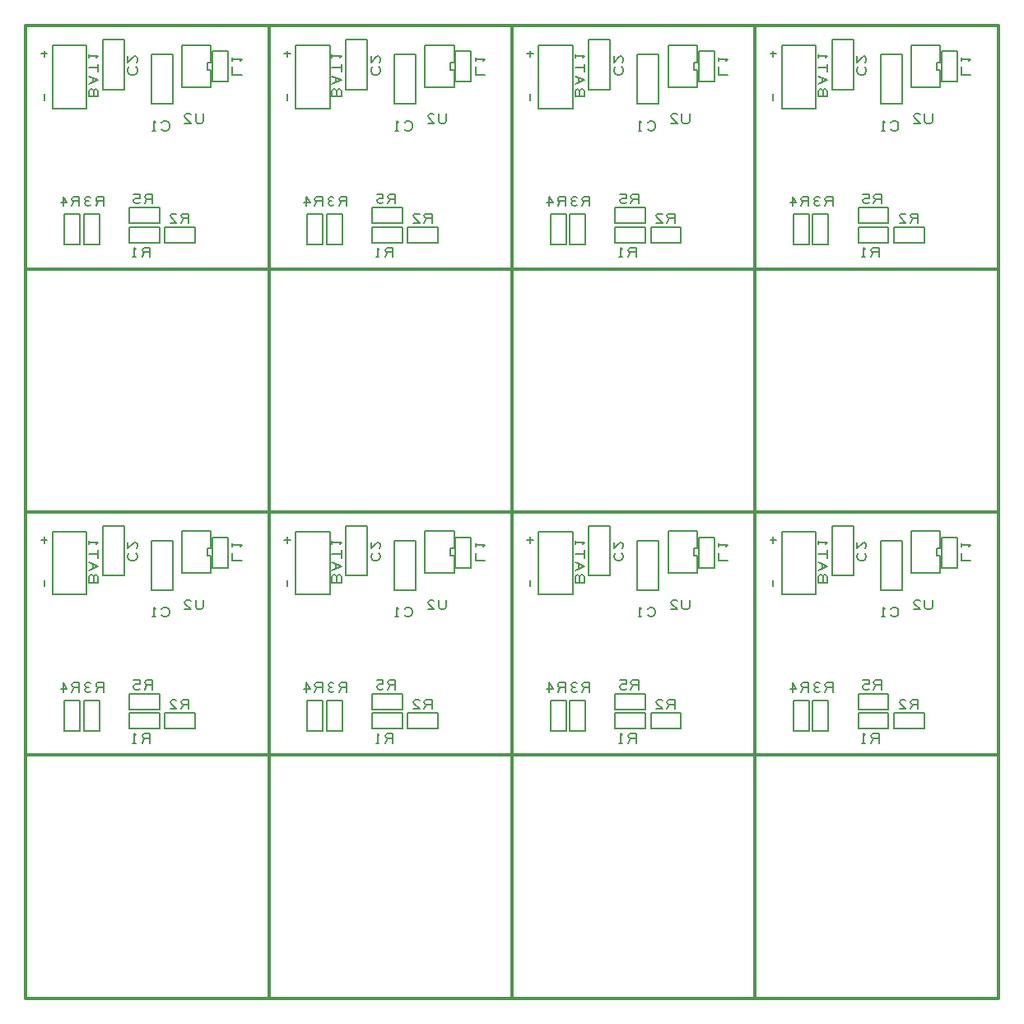
<source format=gbr>
G04 EasyPC Gerber Version 20.0.2 Build 4112 *
%FSLAX35Y35*%
%MOIN*%
%ADD74C,0.00500*%
%ADD10C,0.01200*%
X0Y0D02*
D02*
D10*
X6111Y7573D02*
X104536D01*
Y105998*
X6111*
Y7573*
X399812*
Y401274*
X6111*
Y7573*
Y105998D02*
X104536D01*
Y204423*
X6111*
Y105998*
Y204423D02*
X104536D01*
Y302848*
X6111*
Y204423*
Y302848D02*
X104536D01*
Y401274*
X6111*
Y302848*
X104536Y7573D02*
X202961D01*
Y105998*
X104536*
Y7573*
Y105998D02*
X202961D01*
Y204423*
X104536*
Y105998*
Y204423D02*
X202961D01*
Y302848*
X104536*
Y204423*
Y302848D02*
X202961D01*
Y401274*
X104536*
Y302848*
X202961Y7573D02*
X301387D01*
Y105998*
X202961*
Y7573*
Y105998D02*
X301387D01*
Y204423*
X202961*
Y105998*
Y204423D02*
X301387D01*
Y302848*
X202961*
Y204423*
Y302848D02*
X301387D01*
Y401274*
X202961*
Y302848*
X301387Y7573D02*
X399812D01*
Y105998*
X301387*
Y7573*
Y105998D02*
X399812D01*
Y204423*
X301387*
Y105998*
Y204423D02*
X399812D01*
Y302848*
X301387*
Y204423*
Y302848D02*
X399812D01*
Y401274*
X301387*
Y302848*
D02*
D74*
X13515Y174364D02*
Y176864D01*
Y191864D02*
Y194364D01*
X12265Y193114D02*
X14765D01*
X13515Y371215D02*
Y373715D01*
Y388715D02*
Y391215D01*
X12265Y389965D02*
X14765D01*
X16922Y170943D02*
Y196565D01*
X30733*
Y170943*
X16922*
Y367793D02*
Y393415D01*
X30733*
Y367793*
X16922*
X21646Y115923D02*
Y128159D01*
X27977*
Y115923*
X21646*
Y312774D02*
Y325010D01*
X27977*
Y312774*
X21646*
X27765Y131542D02*
Y135292D01*
X25577*
X24952Y134980*
X24639Y134354*
X24952Y133730*
X25577Y133417*
X27765*
X25577D02*
X24639Y131542D01*
X21202D02*
Y135292D01*
X22765Y132792*
X20265*
X27765Y328392D02*
Y332142D01*
X25577*
X24952Y331830*
X24639Y331205*
X24952Y330580*
X25577Y330267*
X27765*
X25577D02*
X24639Y328392D01*
X21202D02*
Y332142D01*
X22765Y329642*
X20265*
X29520Y115923D02*
Y128159D01*
X35851*
Y115923*
X29520*
Y312774D02*
Y325010D01*
X35851*
Y312774*
X29520*
X33530Y178067D02*
X33217Y178693D01*
X32593Y179005*
X31967Y178693*
X31655Y178067*
Y175880*
X35405*
Y178067*
X35093Y178693*
X34467Y179005*
X33843Y178693*
X33530Y178067*
Y175880*
X31655Y180880D02*
X35405Y182443D01*
X31655Y184005*
X33217Y181505D02*
Y183380D01*
X31655Y187443D02*
X35405D01*
Y185880D02*
Y189005D01*
X31655Y191505D02*
Y192755D01*
Y192130D02*
X35405D01*
X34780Y191505*
X33530Y374918D02*
X33217Y375543D01*
X32593Y375856*
X31967Y375543*
X31655Y374918*
Y372730*
X35405*
Y374918*
X35093Y375543*
X34467Y375856*
X33843Y375543*
X33530Y374918*
Y372730*
X31655Y377730D02*
X35405Y379293D01*
X31655Y380856*
X33217Y378356D02*
Y380230D01*
X31655Y384293D02*
X35405D01*
Y382730D02*
Y385856D01*
X31655Y388356D02*
Y389606D01*
Y388980D02*
X35405D01*
X34780Y388356*
X37607Y131542D02*
Y135292D01*
X35420*
X34794Y134980*
X34482Y134354*
X34794Y133730*
X35420Y133417*
X37607*
X35420D02*
X34482Y131542D01*
X32294Y131854D02*
X31670Y131542D01*
X31044*
X30420Y131854*
X30107Y132480*
X30420Y133104*
X31044Y133417*
X31670*
X31044D02*
X30420Y133730D01*
X30107Y134354*
X30420Y134980*
X31044Y135292*
X31670*
X32294Y134980*
X37607Y328392D02*
Y332142D01*
X35420*
X34794Y331830*
X34482Y331205*
X34794Y330580*
X35420Y330267*
X37607*
X35420D02*
X34482Y328392D01*
X32294Y328705D02*
X31670Y328392D01*
X31044*
X30420Y328705*
X30107Y329330*
X30420Y329955*
X31044Y330267*
X31670*
X31044D02*
X30420Y330580D01*
X30107Y331205*
X30420Y331830*
X31044Y332142*
X31670*
X32294Y331830*
X45891Y198829D02*
Y178719D01*
X37198*
Y198829*
X45891*
Y395679D02*
Y375569D01*
X37198*
Y395679*
X45891*
X48028Y187863D02*
X47715Y187551D01*
X47403Y186926*
Y185988*
X47715Y185363*
X48028Y185051*
X48653Y184738*
X49903*
X50528Y185051*
X50841Y185363*
X51153Y185988*
Y186926*
X50841Y187551*
X50528Y187863*
X47403Y192238D02*
Y189738D01*
X49591Y191926*
X50215Y192238*
X50841Y191926*
X51153Y191301*
Y190363*
X50841Y189738*
X48028Y384714D02*
X47715Y384401D01*
X47403Y383776*
Y382839*
X47715Y382214*
X48028Y381901*
X48653Y381589*
X49903*
X50528Y381901*
X50841Y382214*
X51153Y382839*
Y383776*
X50841Y384401*
X50528Y384714*
X47403Y389089D02*
Y386589D01*
X49591Y388776*
X50215Y389089*
X50841Y388776*
X51153Y388151*
Y387214*
X50841Y386589*
X56308Y110872D02*
Y114622D01*
X54120*
X53495Y114310*
X53183Y113685*
X53495Y113060*
X54120Y112748*
X56308*
X54120D02*
X53183Y110872D01*
X50683D02*
X49433D01*
X50058D02*
Y114622D01*
X50683Y113998*
X56308Y307723D02*
Y311473D01*
X54120*
X53495Y311161*
X53183Y310535*
X53495Y309911*
X54120Y309598*
X56308*
X54120D02*
X53183Y307723D01*
X50683D02*
X49433D01*
X50058D02*
Y311473D01*
X50683Y310848*
X57292Y132526D02*
Y136276D01*
X55105*
X54480Y135964*
X54167Y135339*
X54480Y134714*
X55105Y134401*
X57292*
X55105D02*
X54167Y132526D01*
X52292Y132839D02*
X51667Y132526D01*
X50730*
X50105Y132839*
X49792Y133464*
Y133776*
X50105Y134401*
X50730Y134714*
X52292*
Y136276*
X49792*
X57292Y329376D02*
Y333126D01*
X55105*
X54480Y332814*
X54167Y332189*
X54480Y331564*
X55105Y331252*
X57292*
X55105D02*
X54167Y329376D01*
X52292Y329689D02*
X51667Y329376D01*
X50730*
X50105Y329689*
X49792Y330314*
Y330626*
X50105Y331252*
X50730Y331564*
X52292*
Y333126*
X49792*
X60162Y116612D02*
X47926D01*
Y122943*
X60162*
Y116612*
Y124486D02*
X47926D01*
Y130817*
X60162*
Y124486*
Y313463D02*
X47926D01*
Y319793*
X60162*
Y313463*
Y321337D02*
X47926D01*
Y327667*
X60162*
Y321337*
X62296Y122943D02*
X74532D01*
Y116612*
X62296*
Y122943*
Y319793D02*
X74532D01*
Y313463*
X62296*
Y319793*
X61057Y162679D02*
X61369Y162366D01*
X61994Y162054*
X62932*
X63557Y162366*
X63869Y162679*
X64182Y163304*
Y164554*
X63869Y165179*
X63557Y165491*
X62932Y165804*
X61994*
X61369Y165491*
X61057Y165179*
X58557Y162054D02*
X57307D01*
X57932D02*
Y165804D01*
X58557Y165179*
X61057Y359529D02*
X61369Y359217D01*
X61994Y358904*
X62932*
X63557Y359217*
X63869Y359529*
X64182Y360154*
Y361404*
X63869Y362029*
X63557Y362342*
X62932Y362654*
X61994*
X61369Y362342*
X61057Y362029*
X58557Y358904D02*
X57307D01*
X57932D02*
Y362654D01*
X58557Y362029*
X65576Y192923D02*
Y172813D01*
X56883*
Y192923*
X65576*
Y389774D02*
Y369663D01*
X56883*
Y389774*
X65576*
X72056Y124652D02*
Y128402D01*
X69869*
X69243Y128090*
X68931Y127465*
X69243Y126840*
X69869Y126527*
X72056*
X69869D02*
X68931Y124652D01*
X64556D02*
X67056D01*
X64869Y126840*
X64556Y127465*
X64869Y128090*
X65493Y128402*
X66431*
X67056Y128090*
X72056Y321502D02*
Y325252D01*
X69869*
X69243Y324940*
X68931Y324315*
X69243Y323690*
X69869Y323378*
X72056*
X69869D02*
X68931Y321502D01*
X64556D02*
X67056D01*
X64869Y323690*
X64556Y324315*
X64869Y324940*
X65493Y325252*
X66431*
X67056Y324940*
X77961Y168756D02*
Y165944D01*
X77649Y165319*
X77024Y165006*
X75774*
X75149Y165319*
X74836Y165944*
Y168756*
X70461Y165006D02*
X72961D01*
X70774Y167194*
X70461Y167819*
X70774Y168444*
X71399Y168756*
X72336*
X72961Y168444*
X77961Y365607D02*
Y362794D01*
X77649Y362169*
X77024Y361857*
X75774*
X75149Y362169*
X74836Y362794*
Y365607*
X70461Y361857D02*
X72961D01*
X70774Y364044*
X70461Y364669*
X70774Y365294*
X71399Y365607*
X72336*
X72961Y365294*
X81111Y196598D02*
X69300D01*
Y179669*
X81111*
Y186657*
X79635*
Y189610*
X81111*
Y196598*
Y393449D02*
X69300D01*
Y376520*
X81111*
Y383508*
X79635*
Y386461*
X81111*
Y393449*
X81686Y181868D02*
Y194104D01*
X88017*
Y181868*
X81686*
Y378719D02*
Y390955D01*
X88017*
Y378719*
X81686*
X93476Y184738D02*
X89726D01*
Y187863*
Y190363D02*
Y191613D01*
Y190988D02*
X93476D01*
X92851Y190363*
X93476Y381589D02*
X89726D01*
Y384714*
Y387214D02*
Y388464D01*
Y387839D02*
X93476D01*
X92851Y387214*
X111940Y174364D02*
Y176864D01*
Y191864D02*
Y194364D01*
X110690Y193114D02*
X113190D01*
X111940Y371215D02*
Y373715D01*
Y388715D02*
Y391215D01*
X110690Y389965D02*
X113190D01*
X115347Y170943D02*
Y196565D01*
X129158*
Y170943*
X115347*
Y367793D02*
Y393415D01*
X129158*
Y367793*
X115347*
X120072Y115923D02*
Y128159D01*
X126402*
Y115923*
X120072*
Y312774D02*
Y325010D01*
X126402*
Y312774*
X120072*
X126190Y131542D02*
Y135292D01*
X124002*
X123377Y134980*
X123065Y134354*
X123377Y133730*
X124002Y133417*
X126190*
X124002D02*
X123065Y131542D01*
X119627D02*
Y135292D01*
X121190Y132792*
X118690*
X126190Y328392D02*
Y332142D01*
X124002*
X123377Y331830*
X123065Y331205*
X123377Y330580*
X124002Y330267*
X126190*
X124002D02*
X123065Y328392D01*
X119627D02*
Y332142D01*
X121190Y329642*
X118690*
X127946Y115923D02*
Y128159D01*
X134276*
Y115923*
X127946*
Y312774D02*
Y325010D01*
X134276*
Y312774*
X127946*
X131955Y178067D02*
X131643Y178693D01*
X131018Y179005*
X130393Y178693*
X130080Y178067*
Y175880*
X133830*
Y178067*
X133518Y178693*
X132893Y179005*
X132268Y178693*
X131955Y178067*
Y175880*
X130080Y180880D02*
X133830Y182443D01*
X130080Y184005*
X131643Y181505D02*
Y183380D01*
X130080Y187443D02*
X133830D01*
Y185880D02*
Y189005D01*
X130080Y191505D02*
Y192755D01*
Y192130D02*
X133830D01*
X133205Y191505*
X131955Y374918D02*
X131643Y375543D01*
X131018Y375856*
X130393Y375543*
X130080Y374918*
Y372730*
X133830*
Y374918*
X133518Y375543*
X132893Y375856*
X132268Y375543*
X131955Y374918*
Y372730*
X130080Y377730D02*
X133830Y379293D01*
X130080Y380856*
X131643Y378356D02*
Y380230D01*
X130080Y384293D02*
X133830D01*
Y382730D02*
Y385856D01*
X130080Y388356D02*
Y389606D01*
Y388980D02*
X133830D01*
X133205Y388356*
X136032Y131542D02*
Y135292D01*
X133845*
X133220Y134980*
X132907Y134354*
X133220Y133730*
X133845Y133417*
X136032*
X133845D02*
X132907Y131542D01*
X130720Y131854D02*
X130095Y131542D01*
X129470*
X128845Y131854*
X128532Y132480*
X128845Y133104*
X129470Y133417*
X130095*
X129470D02*
X128845Y133730D01*
X128532Y134354*
X128845Y134980*
X129470Y135292*
X130095*
X130720Y134980*
X136032Y328392D02*
Y332142D01*
X133845*
X133220Y331830*
X132907Y331205*
X133220Y330580*
X133845Y330267*
X136032*
X133845D02*
X132907Y328392D01*
X130720Y328705D02*
X130095Y328392D01*
X129470*
X128845Y328705*
X128532Y329330*
X128845Y329955*
X129470Y330267*
X130095*
X129470D02*
X128845Y330580D01*
X128532Y331205*
X128845Y331830*
X129470Y332142*
X130095*
X130720Y331830*
X144316Y198829D02*
Y178719D01*
X135623*
Y198829*
X144316*
Y395679D02*
Y375569D01*
X135623*
Y395679*
X144316*
X146453Y187863D02*
X146141Y187551D01*
X145828Y186926*
Y185988*
X146141Y185363*
X146453Y185051*
X147078Y184738*
X148328*
X148953Y185051*
X149266Y185363*
X149578Y185988*
Y186926*
X149266Y187551*
X148953Y187863*
X145828Y192238D02*
Y189738D01*
X148016Y191926*
X148641Y192238*
X149266Y191926*
X149578Y191301*
Y190363*
X149266Y189738*
X146453Y384714D02*
X146141Y384401D01*
X145828Y383776*
Y382839*
X146141Y382214*
X146453Y381901*
X147078Y381589*
X148328*
X148953Y381901*
X149266Y382214*
X149578Y382839*
Y383776*
X149266Y384401*
X148953Y384714*
X145828Y389089D02*
Y386589D01*
X148016Y388776*
X148641Y389089*
X149266Y388776*
X149578Y388151*
Y387214*
X149266Y386589*
X154733Y110872D02*
Y114622D01*
X152546*
X151920Y114310*
X151608Y113685*
X151920Y113060*
X152546Y112748*
X154733*
X152546D02*
X151608Y110872D01*
X149108D02*
X147858D01*
X148483D02*
Y114622D01*
X149108Y113998*
X154733Y307723D02*
Y311473D01*
X152546*
X151920Y311161*
X151608Y310535*
X151920Y309911*
X152546Y309598*
X154733*
X152546D02*
X151608Y307723D01*
X149108D02*
X147858D01*
X148483D02*
Y311473D01*
X149108Y310848*
X155717Y132526D02*
Y136276D01*
X153530*
X152905Y135964*
X152592Y135339*
X152905Y134714*
X153530Y134401*
X155717*
X153530D02*
X152592Y132526D01*
X150717Y132839D02*
X150092Y132526D01*
X149155*
X148530Y132839*
X148217Y133464*
Y133776*
X148530Y134401*
X149155Y134714*
X150717*
Y136276*
X148217*
X155717Y329376D02*
Y333126D01*
X153530*
X152905Y332814*
X152592Y332189*
X152905Y331564*
X153530Y331252*
X155717*
X153530D02*
X152592Y329376D01*
X150717Y329689D02*
X150092Y329376D01*
X149155*
X148530Y329689*
X148217Y330314*
Y330626*
X148530Y331252*
X149155Y331564*
X150717*
Y333126*
X148217*
X158587Y116612D02*
X146351D01*
Y122943*
X158587*
Y116612*
Y124486D02*
X146351D01*
Y130817*
X158587*
Y124486*
Y313463D02*
X146351D01*
Y319793*
X158587*
Y313463*
Y321337D02*
X146351D01*
Y327667*
X158587*
Y321337*
X160721Y122943D02*
X172957D01*
Y116612*
X160721*
Y122943*
Y319793D02*
X172957D01*
Y313463*
X160721*
Y319793*
X159482Y162679D02*
X159794Y162366D01*
X160420Y162054*
X161357*
X161982Y162366*
X162294Y162679*
X162607Y163304*
Y164554*
X162294Y165179*
X161982Y165491*
X161357Y165804*
X160420*
X159794Y165491*
X159482Y165179*
X156982Y162054D02*
X155732D01*
X156357D02*
Y165804D01*
X156982Y165179*
X159482Y359529D02*
X159794Y359217D01*
X160420Y358904*
X161357*
X161982Y359217*
X162294Y359529*
X162607Y360154*
Y361404*
X162294Y362029*
X161982Y362342*
X161357Y362654*
X160420*
X159794Y362342*
X159482Y362029*
X156982Y358904D02*
X155732D01*
X156357D02*
Y362654D01*
X156982Y362029*
X164001Y192923D02*
Y172813D01*
X155308*
Y192923*
X164001*
Y389774D02*
Y369663D01*
X155308*
Y389774*
X164001*
X170481Y124652D02*
Y128402D01*
X168294*
X167669Y128090*
X167356Y127465*
X167669Y126840*
X168294Y126527*
X170481*
X168294D02*
X167356Y124652D01*
X162981D02*
X165481D01*
X163294Y126840*
X162981Y127465*
X163294Y128090*
X163919Y128402*
X164856*
X165481Y128090*
X170481Y321502D02*
Y325252D01*
X168294*
X167669Y324940*
X167356Y324315*
X167669Y323690*
X168294Y323378*
X170481*
X168294D02*
X167356Y321502D01*
X162981D02*
X165481D01*
X163294Y323690*
X162981Y324315*
X163294Y324940*
X163919Y325252*
X164856*
X165481Y324940*
X176387Y168756D02*
Y165944D01*
X176074Y165319*
X175449Y165006*
X174199*
X173574Y165319*
X173261Y165944*
Y168756*
X168887Y165006D02*
X171387D01*
X169199Y167194*
X168887Y167819*
X169199Y168444*
X169824Y168756*
X170761*
X171387Y168444*
X176387Y365607D02*
Y362794D01*
X176074Y362169*
X175449Y361857*
X174199*
X173574Y362169*
X173261Y362794*
Y365607*
X168887Y361857D02*
X171387D01*
X169199Y364044*
X168887Y364669*
X169199Y365294*
X169824Y365607*
X170761*
X171387Y365294*
X179536Y196598D02*
X167725D01*
Y179669*
X179536*
Y186657*
X178060*
Y189610*
X179536*
Y196598*
Y393449D02*
X167725D01*
Y376520*
X179536*
Y383508*
X178060*
Y386461*
X179536*
Y393449*
X180111Y181868D02*
Y194104D01*
X186442*
Y181868*
X180111*
Y378719D02*
Y390955D01*
X186442*
Y378719*
X180111*
X191901Y184738D02*
X188151D01*
Y187863*
Y190363D02*
Y191613D01*
Y190988D02*
X191901D01*
X191276Y190363*
X191901Y381589D02*
X188151D01*
Y384714*
Y387214D02*
Y388464D01*
Y387839D02*
X191901D01*
X191276Y387214*
X210365Y174364D02*
Y176864D01*
Y191864D02*
Y194364D01*
X209115Y193114D02*
X211615D01*
X210365Y371215D02*
Y373715D01*
Y388715D02*
Y391215D01*
X209115Y389965D02*
X211615D01*
X213772Y170943D02*
Y196565D01*
X227583*
Y170943*
X213772*
Y367793D02*
Y393415D01*
X227583*
Y367793*
X213772*
X218497Y115923D02*
Y128159D01*
X224828*
Y115923*
X218497*
Y312774D02*
Y325010D01*
X224828*
Y312774*
X218497*
X224615Y131542D02*
Y135292D01*
X222428*
X221802Y134980*
X221490Y134354*
X221802Y133730*
X222428Y133417*
X224615*
X222428D02*
X221490Y131542D01*
X218052D02*
Y135292D01*
X219615Y132792*
X217115*
X224615Y328392D02*
Y332142D01*
X222428*
X221802Y331830*
X221490Y331205*
X221802Y330580*
X222428Y330267*
X224615*
X222428D02*
X221490Y328392D01*
X218052D02*
Y332142D01*
X219615Y329642*
X217115*
X226371Y115923D02*
Y128159D01*
X232702*
Y115923*
X226371*
Y312774D02*
Y325010D01*
X232702*
Y312774*
X226371*
X230380Y178067D02*
X230068Y178693D01*
X229443Y179005*
X228818Y178693*
X228505Y178067*
Y175880*
X232255*
Y178067*
X231943Y178693*
X231318Y179005*
X230693Y178693*
X230380Y178067*
Y175880*
X228505Y180880D02*
X232255Y182443D01*
X228505Y184005*
X230068Y181505D02*
Y183380D01*
X228505Y187443D02*
X232255D01*
Y185880D02*
Y189005D01*
X228505Y191505D02*
Y192755D01*
Y192130D02*
X232255D01*
X231630Y191505*
X230380Y374918D02*
X230068Y375543D01*
X229443Y375856*
X228818Y375543*
X228505Y374918*
Y372730*
X232255*
Y374918*
X231943Y375543*
X231318Y375856*
X230693Y375543*
X230380Y374918*
Y372730*
X228505Y377730D02*
X232255Y379293D01*
X228505Y380856*
X230068Y378356D02*
Y380230D01*
X228505Y384293D02*
X232255D01*
Y382730D02*
Y385856D01*
X228505Y388356D02*
Y389606D01*
Y388980D02*
X232255D01*
X231630Y388356*
X234457Y131542D02*
Y135292D01*
X232270*
X231645Y134980*
X231332Y134354*
X231645Y133730*
X232270Y133417*
X234457*
X232270D02*
X231332Y131542D01*
X229145Y131854D02*
X228520Y131542D01*
X227895*
X227270Y131854*
X226957Y132480*
X227270Y133104*
X227895Y133417*
X228520*
X227895D02*
X227270Y133730D01*
X226957Y134354*
X227270Y134980*
X227895Y135292*
X228520*
X229145Y134980*
X234457Y328392D02*
Y332142D01*
X232270*
X231645Y331830*
X231332Y331205*
X231645Y330580*
X232270Y330267*
X234457*
X232270D02*
X231332Y328392D01*
X229145Y328705D02*
X228520Y328392D01*
X227895*
X227270Y328705*
X226957Y329330*
X227270Y329955*
X227895Y330267*
X228520*
X227895D02*
X227270Y330580D01*
X226957Y331205*
X227270Y331830*
X227895Y332142*
X228520*
X229145Y331830*
X242741Y198829D02*
Y178719D01*
X234048*
Y198829*
X242741*
Y395679D02*
Y375569D01*
X234048*
Y395679*
X242741*
X244878Y187863D02*
X244566Y187551D01*
X244253Y186926*
Y185988*
X244566Y185363*
X244878Y185051*
X245503Y184738*
X246753*
X247378Y185051*
X247691Y185363*
X248003Y185988*
Y186926*
X247691Y187551*
X247378Y187863*
X244253Y192238D02*
Y189738D01*
X246441Y191926*
X247066Y192238*
X247691Y191926*
X248003Y191301*
Y190363*
X247691Y189738*
X244878Y384714D02*
X244566Y384401D01*
X244253Y383776*
Y382839*
X244566Y382214*
X244878Y381901*
X245503Y381589*
X246753*
X247378Y381901*
X247691Y382214*
X248003Y382839*
Y383776*
X247691Y384401*
X247378Y384714*
X244253Y389089D02*
Y386589D01*
X246441Y388776*
X247066Y389089*
X247691Y388776*
X248003Y388151*
Y387214*
X247691Y386589*
X253158Y110872D02*
Y114622D01*
X250971*
X250346Y114310*
X250033Y113685*
X250346Y113060*
X250971Y112748*
X253158*
X250971D02*
X250033Y110872D01*
X247533D02*
X246283D01*
X246908D02*
Y114622D01*
X247533Y113998*
X253158Y307723D02*
Y311473D01*
X250971*
X250346Y311161*
X250033Y310535*
X250346Y309911*
X250971Y309598*
X253158*
X250971D02*
X250033Y307723D01*
X247533D02*
X246283D01*
X246908D02*
Y311473D01*
X247533Y310848*
X254143Y132526D02*
Y136276D01*
X251955*
X251330Y135964*
X251017Y135339*
X251330Y134714*
X251955Y134401*
X254143*
X251955D02*
X251017Y132526D01*
X249143Y132839D02*
X248517Y132526D01*
X247580*
X246955Y132839*
X246643Y133464*
Y133776*
X246955Y134401*
X247580Y134714*
X249143*
Y136276*
X246643*
X254143Y329376D02*
Y333126D01*
X251955*
X251330Y332814*
X251017Y332189*
X251330Y331564*
X251955Y331252*
X254143*
X251955D02*
X251017Y329376D01*
X249143Y329689D02*
X248517Y329376D01*
X247580*
X246955Y329689*
X246643Y330314*
Y330626*
X246955Y331252*
X247580Y331564*
X249143*
Y333126*
X246643*
X257013Y116612D02*
X244776D01*
Y122943*
X257013*
Y116612*
Y124486D02*
X244776D01*
Y130817*
X257013*
Y124486*
Y313463D02*
X244776D01*
Y319793*
X257013*
Y313463*
Y321337D02*
X244776D01*
Y327667*
X257013*
Y321337*
X259146Y122943D02*
X271383D01*
Y116612*
X259146*
Y122943*
Y319793D02*
X271383D01*
Y313463*
X259146*
Y319793*
X257907Y162679D02*
X258220Y162366D01*
X258845Y162054*
X259782*
X260407Y162366*
X260720Y162679*
X261032Y163304*
Y164554*
X260720Y165179*
X260407Y165491*
X259782Y165804*
X258845*
X258220Y165491*
X257907Y165179*
X255407Y162054D02*
X254157D01*
X254782D02*
Y165804D01*
X255407Y165179*
X257907Y359529D02*
X258220Y359217D01*
X258845Y358904*
X259782*
X260407Y359217*
X260720Y359529*
X261032Y360154*
Y361404*
X260720Y362029*
X260407Y362342*
X259782Y362654*
X258845*
X258220Y362342*
X257907Y362029*
X255407Y358904D02*
X254157D01*
X254782D02*
Y362654D01*
X255407Y362029*
X262426Y192923D02*
Y172813D01*
X253733*
Y192923*
X262426*
Y389774D02*
Y369663D01*
X253733*
Y389774*
X262426*
X268906Y124652D02*
Y128402D01*
X266719*
X266094Y128090*
X265781Y127465*
X266094Y126840*
X266719Y126527*
X268906*
X266719D02*
X265781Y124652D01*
X261406D02*
X263906D01*
X261719Y126840*
X261406Y127465*
X261719Y128090*
X262344Y128402*
X263281*
X263906Y128090*
X268906Y321502D02*
Y325252D01*
X266719*
X266094Y324940*
X265781Y324315*
X266094Y323690*
X266719Y323378*
X268906*
X266719D02*
X265781Y321502D01*
X261406D02*
X263906D01*
X261719Y323690*
X261406Y324315*
X261719Y324940*
X262344Y325252*
X263281*
X263906Y324940*
X274812Y168756D02*
Y165944D01*
X274499Y165319*
X273874Y165006*
X272624*
X271999Y165319*
X271687Y165944*
Y168756*
X267312Y165006D02*
X269812D01*
X267624Y167194*
X267312Y167819*
X267624Y168444*
X268249Y168756*
X269187*
X269812Y168444*
X274812Y365607D02*
Y362794D01*
X274499Y362169*
X273874Y361857*
X272624*
X271999Y362169*
X271687Y362794*
Y365607*
X267312Y361857D02*
X269812D01*
X267624Y364044*
X267312Y364669*
X267624Y365294*
X268249Y365607*
X269187*
X269812Y365294*
X277961Y196598D02*
X266150D01*
Y179669*
X277961*
Y186657*
X276485*
Y189610*
X277961*
Y196598*
Y393449D02*
X266150D01*
Y376520*
X277961*
Y383508*
X276485*
Y386461*
X277961*
Y393449*
X278536Y181868D02*
Y194104D01*
X284867*
Y181868*
X278536*
Y378719D02*
Y390955D01*
X284867*
Y378719*
X278536*
X290326Y184738D02*
X286576D01*
Y187863*
Y190363D02*
Y191613D01*
Y190988D02*
X290326D01*
X289701Y190363*
X290326Y381589D02*
X286576D01*
Y384714*
Y387214D02*
Y388464D01*
Y387839D02*
X290326D01*
X289701Y387214*
X308791Y174364D02*
Y176864D01*
Y191864D02*
Y194364D01*
X307541Y193114D02*
X310041D01*
X308791Y371215D02*
Y373715D01*
Y388715D02*
Y391215D01*
X307541Y389965D02*
X310041D01*
X312198Y170943D02*
Y196565D01*
X326009*
Y170943*
X312198*
Y367793D02*
Y393415D01*
X326009*
Y367793*
X312198*
X316922Y115923D02*
Y128159D01*
X323253*
Y115923*
X316922*
Y312774D02*
Y325010D01*
X323253*
Y312774*
X316922*
X323040Y131542D02*
Y135292D01*
X320853*
X320228Y134980*
X319915Y134354*
X320228Y133730*
X320853Y133417*
X323040*
X320853D02*
X319915Y131542D01*
X316478D02*
Y135292D01*
X318040Y132792*
X315540*
X323040Y328392D02*
Y332142D01*
X320853*
X320228Y331830*
X319915Y331205*
X320228Y330580*
X320853Y330267*
X323040*
X320853D02*
X319915Y328392D01*
X316478D02*
Y332142D01*
X318040Y329642*
X315540*
X324796Y115923D02*
Y128159D01*
X331127*
Y115923*
X324796*
Y312774D02*
Y325010D01*
X331127*
Y312774*
X324796*
X328806Y178067D02*
X328493Y178693D01*
X327868Y179005*
X327243Y178693*
X326930Y178067*
Y175880*
X330680*
Y178067*
X330368Y178693*
X329743Y179005*
X329118Y178693*
X328806Y178067*
Y175880*
X326930Y180880D02*
X330680Y182443D01*
X326930Y184005*
X328493Y181505D02*
Y183380D01*
X326930Y187443D02*
X330680D01*
Y185880D02*
Y189005D01*
X326930Y191505D02*
Y192755D01*
Y192130D02*
X330680D01*
X330056Y191505*
X328806Y374918D02*
X328493Y375543D01*
X327868Y375856*
X327243Y375543*
X326930Y374918*
Y372730*
X330680*
Y374918*
X330368Y375543*
X329743Y375856*
X329118Y375543*
X328806Y374918*
Y372730*
X326930Y377730D02*
X330680Y379293D01*
X326930Y380856*
X328493Y378356D02*
Y380230D01*
X326930Y384293D02*
X330680D01*
Y382730D02*
Y385856D01*
X326930Y388356D02*
Y389606D01*
Y388980D02*
X330680D01*
X330056Y388356*
X332883Y131542D02*
Y135292D01*
X330695*
X330070Y134980*
X329757Y134354*
X330070Y133730*
X330695Y133417*
X332883*
X330695D02*
X329757Y131542D01*
X327570Y131854D02*
X326945Y131542D01*
X326320*
X325695Y131854*
X325383Y132480*
X325695Y133104*
X326320Y133417*
X326945*
X326320D02*
X325695Y133730D01*
X325383Y134354*
X325695Y134980*
X326320Y135292*
X326945*
X327570Y134980*
X332883Y328392D02*
Y332142D01*
X330695*
X330070Y331830*
X329757Y331205*
X330070Y330580*
X330695Y330267*
X332883*
X330695D02*
X329757Y328392D01*
X327570Y328705D02*
X326945Y328392D01*
X326320*
X325695Y328705*
X325383Y329330*
X325695Y329955*
X326320Y330267*
X326945*
X326320D02*
X325695Y330580D01*
X325383Y331205*
X325695Y331830*
X326320Y332142*
X326945*
X327570Y331830*
X341166Y198829D02*
Y178719D01*
X332473*
Y198829*
X341166*
Y395679D02*
Y375569D01*
X332473*
Y395679*
X341166*
X343304Y187863D02*
X342991Y187551D01*
X342678Y186926*
Y185988*
X342991Y185363*
X343304Y185051*
X343928Y184738*
X345178*
X345804Y185051*
X346116Y185363*
X346428Y185988*
Y186926*
X346116Y187551*
X345804Y187863*
X342678Y192238D02*
Y189738D01*
X344866Y191926*
X345491Y192238*
X346116Y191926*
X346428Y191301*
Y190363*
X346116Y189738*
X343304Y384714D02*
X342991Y384401D01*
X342678Y383776*
Y382839*
X342991Y382214*
X343304Y381901*
X343928Y381589*
X345178*
X345804Y381901*
X346116Y382214*
X346428Y382839*
Y383776*
X346116Y384401*
X345804Y384714*
X342678Y389089D02*
Y386589D01*
X344866Y388776*
X345491Y389089*
X346116Y388776*
X346428Y388151*
Y387214*
X346116Y386589*
X351583Y110872D02*
Y114622D01*
X349396*
X348771Y114310*
X348458Y113685*
X348771Y113060*
X349396Y112748*
X351583*
X349396D02*
X348458Y110872D01*
X345958D02*
X344708D01*
X345333D02*
Y114622D01*
X345958Y113998*
X351583Y307723D02*
Y311473D01*
X349396*
X348771Y311161*
X348458Y310535*
X348771Y309911*
X349396Y309598*
X351583*
X349396D02*
X348458Y307723D01*
X345958D02*
X344708D01*
X345333D02*
Y311473D01*
X345958Y310848*
X352568Y132526D02*
Y136276D01*
X350380*
X349755Y135964*
X349443Y135339*
X349755Y134714*
X350380Y134401*
X352568*
X350380D02*
X349443Y132526D01*
X347568Y132839D02*
X346943Y132526D01*
X346005*
X345380Y132839*
X345068Y133464*
Y133776*
X345380Y134401*
X346005Y134714*
X347568*
Y136276*
X345068*
X352568Y329376D02*
Y333126D01*
X350380*
X349755Y332814*
X349443Y332189*
X349755Y331564*
X350380Y331252*
X352568*
X350380D02*
X349443Y329376D01*
X347568Y329689D02*
X346943Y329376D01*
X346005*
X345380Y329689*
X345068Y330314*
Y330626*
X345380Y331252*
X346005Y331564*
X347568*
Y333126*
X345068*
X355438Y116612D02*
X343202D01*
Y122943*
X355438*
Y116612*
Y124486D02*
X343202D01*
Y130817*
X355438*
Y124486*
Y313463D02*
X343202D01*
Y319793*
X355438*
Y313463*
Y321337D02*
X343202D01*
Y327667*
X355438*
Y321337*
X357572Y122943D02*
X369808D01*
Y116612*
X357572*
Y122943*
Y319793D02*
X369808D01*
Y313463*
X357572*
Y319793*
X356332Y162679D02*
X356645Y162366D01*
X357270Y162054*
X358207*
X358832Y162366*
X359145Y162679*
X359457Y163304*
Y164554*
X359145Y165179*
X358832Y165491*
X358207Y165804*
X357270*
X356645Y165491*
X356332Y165179*
X353832Y162054D02*
X352582D01*
X353207D02*
Y165804D01*
X353832Y165179*
X356332Y359529D02*
X356645Y359217D01*
X357270Y358904*
X358207*
X358832Y359217*
X359145Y359529*
X359457Y360154*
Y361404*
X359145Y362029*
X358832Y362342*
X358207Y362654*
X357270*
X356645Y362342*
X356332Y362029*
X353832Y358904D02*
X352582D01*
X353207D02*
Y362654D01*
X353832Y362029*
X360851Y192923D02*
Y172813D01*
X352158*
Y192923*
X360851*
Y389774D02*
Y369663D01*
X352158*
Y389774*
X360851*
X367331Y124652D02*
Y128402D01*
X365144*
X364519Y128090*
X364206Y127465*
X364519Y126840*
X365144Y126527*
X367331*
X365144D02*
X364206Y124652D01*
X359831D02*
X362331D01*
X360144Y126840*
X359831Y127465*
X360144Y128090*
X360769Y128402*
X361706*
X362331Y128090*
X367331Y321502D02*
Y325252D01*
X365144*
X364519Y324940*
X364206Y324315*
X364519Y323690*
X365144Y323378*
X367331*
X365144D02*
X364206Y321502D01*
X359831D02*
X362331D01*
X360144Y323690*
X359831Y324315*
X360144Y324940*
X360769Y325252*
X361706*
X362331Y324940*
X373237Y168756D02*
Y165944D01*
X372924Y165319*
X372300Y165006*
X371050*
X370424Y165319*
X370112Y165944*
Y168756*
X365737Y165006D02*
X368237D01*
X366050Y167194*
X365737Y167819*
X366050Y168444*
X366674Y168756*
X367612*
X368237Y168444*
X373237Y365607D02*
Y362794D01*
X372924Y362169*
X372300Y361857*
X371050*
X370424Y362169*
X370112Y362794*
Y365607*
X365737Y361857D02*
X368237D01*
X366050Y364044*
X365737Y364669*
X366050Y365294*
X366674Y365607*
X367612*
X368237Y365294*
X376387Y196598D02*
X364576D01*
Y179669*
X376387*
Y186657*
X374910*
Y189610*
X376387*
Y196598*
Y393449D02*
X364576D01*
Y376520*
X376387*
Y383508*
X374910*
Y386461*
X376387*
Y393449*
X376961Y181868D02*
Y194104D01*
X383292*
Y181868*
X376961*
Y378719D02*
Y390955D01*
X383292*
Y378719*
X376961*
X388751Y184738D02*
X385001D01*
Y187863*
Y190363D02*
Y191613D01*
Y190988D02*
X388751D01*
X388126Y190363*
X388751Y381589D02*
X385001D01*
Y384714*
Y387214D02*
Y388464D01*
Y387839D02*
X388751D01*
X388126Y387214*
X0Y0D02*
M02*

</source>
